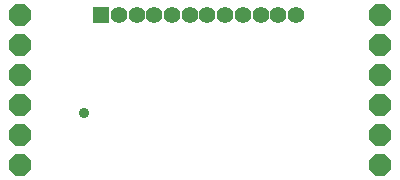
<source format=gts>
G04 Layer_Color=8388736*
%FSLAX44Y44*%
%MOMM*%
G71*
G01*
G75*
%ADD27C,1.4032*%
%ADD28R,1.4032X1.4032*%
G04:AMPARAMS|DCode=29|XSize=1.8034mm|YSize=1.8034mm|CornerRadius=0mm|HoleSize=0mm|Usage=FLASHONLY|Rotation=270.000|XOffset=0mm|YOffset=0mm|HoleType=Round|Shape=Octagon|*
%AMOCTAGOND29*
4,1,8,-0.4508,-0.9017,0.4508,-0.9017,0.9017,-0.4508,0.9017,0.4508,0.4508,0.9017,-0.4508,0.9017,-0.9017,0.4508,-0.9017,-0.4508,-0.4508,-0.9017,0.0*
%
%ADD29OCTAGOND29*%

%ADD30C,0.9032*%
D27*
X247551Y355600D02*
D03*
X232550D02*
D03*
X217551D02*
D03*
X202550D02*
D03*
X187551D02*
D03*
X172550D02*
D03*
X157551D02*
D03*
X142550D02*
D03*
X127551D02*
D03*
X112550D02*
D03*
X97551D02*
D03*
D28*
X82550D02*
D03*
D29*
X13970D02*
D03*
Y330200D02*
D03*
Y304800D02*
D03*
Y279400D02*
D03*
Y254000D02*
D03*
Y228600D02*
D03*
X318770Y355600D02*
D03*
Y330200D02*
D03*
Y304800D02*
D03*
Y279400D02*
D03*
Y254000D02*
D03*
Y228600D02*
D03*
D30*
X68250Y272750D02*
D03*
M02*

</source>
